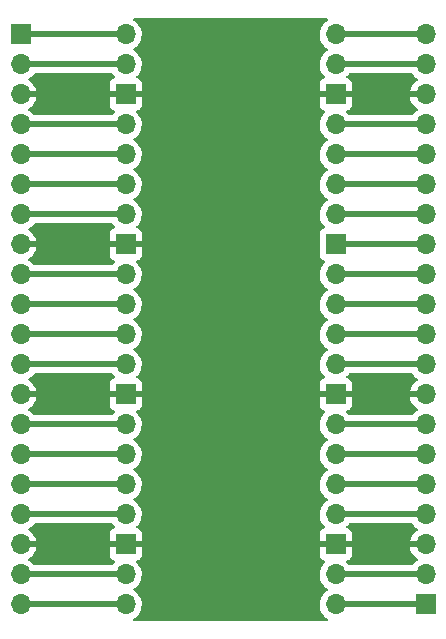
<source format=gbr>
%TF.GenerationSoftware,KiCad,Pcbnew,(6.0.11-0)*%
%TF.CreationDate,2023-01-30T18:50:33-05:00*%
%TF.ProjectId,Pico-Breakout,5069636f-2d42-4726-9561-6b6f75742e6b,1.0.0*%
%TF.SameCoordinates,Original*%
%TF.FileFunction,Copper,L1,Top*%
%TF.FilePolarity,Positive*%
%FSLAX46Y46*%
G04 Gerber Fmt 4.6, Leading zero omitted, Abs format (unit mm)*
G04 Created by KiCad (PCBNEW (6.0.11-0)) date 2023-01-30 18:50:33*
%MOMM*%
%LPD*%
G01*
G04 APERTURE LIST*
%TA.AperFunction,ComponentPad*%
%ADD10O,1.700000X1.700000*%
%TD*%
%TA.AperFunction,ComponentPad*%
%ADD11R,1.700000X1.700000*%
%TD*%
%TA.AperFunction,Conductor*%
%ADD12C,0.500000*%
%TD*%
G04 APERTURE END LIST*
D10*
%TO.P,U101,1,GPIO0*%
%TO.N,Net-(J101-Pad1)*%
X148590000Y-71120000D03*
%TO.P,U101,2,GPIO1*%
%TO.N,Net-(J101-Pad2)*%
X148590000Y-73660000D03*
D11*
%TO.P,U101,3,GND*%
%TO.N,GND*%
X148590000Y-76200000D03*
D10*
%TO.P,U101,4,GPIO2*%
%TO.N,Net-(J101-Pad4)*%
X148590000Y-78740000D03*
%TO.P,U101,5,GPIO3*%
%TO.N,Net-(J101-Pad5)*%
X148590000Y-81280000D03*
%TO.P,U101,6,GPIO4*%
%TO.N,Net-(J101-Pad6)*%
X148590000Y-83820000D03*
%TO.P,U101,7,GPIO5*%
%TO.N,Net-(J101-Pad7)*%
X148590000Y-86360000D03*
D11*
%TO.P,U101,8,GND*%
%TO.N,GND*%
X148590000Y-88900000D03*
D10*
%TO.P,U101,9,GPIO6*%
%TO.N,Net-(J101-Pad9)*%
X148590000Y-91440000D03*
%TO.P,U101,10,GPIO7*%
%TO.N,Net-(J101-Pad10)*%
X148590000Y-93980000D03*
%TO.P,U101,11,GPIO8*%
%TO.N,Net-(J101-Pad11)*%
X148590000Y-96520000D03*
%TO.P,U101,12,GPIO9*%
%TO.N,Net-(J101-Pad12)*%
X148590000Y-99060000D03*
D11*
%TO.P,U101,13,GND*%
%TO.N,GND*%
X148590000Y-101600000D03*
D10*
%TO.P,U101,14,GPIO10*%
%TO.N,Net-(J101-Pad14)*%
X148590000Y-104140000D03*
%TO.P,U101,15,GPIO11*%
%TO.N,Net-(J101-Pad15)*%
X148590000Y-106680000D03*
%TO.P,U101,16,GPIO12*%
%TO.N,Net-(J101-Pad16)*%
X148590000Y-109220000D03*
%TO.P,U101,17,GPIO13*%
%TO.N,Net-(J101-Pad17)*%
X148590000Y-111760000D03*
D11*
%TO.P,U101,18,GND*%
%TO.N,GND*%
X148590000Y-114300000D03*
D10*
%TO.P,U101,19,GPIO14*%
%TO.N,Net-(J101-Pad19)*%
X148590000Y-116840000D03*
%TO.P,U101,20,GPIO15*%
%TO.N,Net-(J101-Pad20)*%
X148590000Y-119380000D03*
%TO.P,U101,21,GPIO16*%
%TO.N,Net-(J102-Pad1)*%
X166370000Y-119380000D03*
%TO.P,U101,22,GPIO17*%
%TO.N,Net-(J102-Pad2)*%
X166370000Y-116840000D03*
D11*
%TO.P,U101,23,GND*%
%TO.N,GND*%
X166370000Y-114300000D03*
D10*
%TO.P,U101,24,GPIO18*%
%TO.N,Net-(J102-Pad4)*%
X166370000Y-111760000D03*
%TO.P,U101,25,GPIO19*%
%TO.N,Net-(J102-Pad5)*%
X166370000Y-109220000D03*
%TO.P,U101,26,GPIO20*%
%TO.N,Net-(J102-Pad6)*%
X166370000Y-106680000D03*
%TO.P,U101,27,GPIO21*%
%TO.N,Net-(J102-Pad7)*%
X166370000Y-104140000D03*
D11*
%TO.P,U101,28,GND*%
%TO.N,GND*%
X166370000Y-101600000D03*
D10*
%TO.P,U101,29,GPIO22*%
%TO.N,Net-(J102-Pad9)*%
X166370000Y-99060000D03*
%TO.P,U101,30,RUN*%
%TO.N,Net-(J102-Pad10)*%
X166370000Y-96520000D03*
%TO.P,U101,31,GPIO26_ADC0*%
%TO.N,Net-(J102-Pad11)*%
X166370000Y-93980000D03*
%TO.P,U101,32,GPIO27_ADC1*%
%TO.N,Net-(J102-Pad12)*%
X166370000Y-91440000D03*
D11*
%TO.P,U101,33,AGND*%
%TO.N,Net-(J102-Pad13)*%
X166370000Y-88900000D03*
D10*
%TO.P,U101,34,GPIO28_ADC2*%
%TO.N,Net-(J102-Pad14)*%
X166370000Y-86360000D03*
%TO.P,U101,35,ADC_VREF*%
%TO.N,Net-(J102-Pad15)*%
X166370000Y-83820000D03*
%TO.P,U101,36,3V3*%
%TO.N,+3V3*%
X166370000Y-81280000D03*
%TO.P,U101,37,3V3_EN*%
%TO.N,Net-(J102-Pad17)*%
X166370000Y-78740000D03*
D11*
%TO.P,U101,38,GND*%
%TO.N,GND*%
X166370000Y-76200000D03*
D10*
%TO.P,U101,39,VSYS*%
%TO.N,Net-(J102-Pad19)*%
X166370000Y-73660000D03*
%TO.P,U101,40,VBUS*%
%TO.N,Net-(J102-Pad20)*%
X166370000Y-71120000D03*
%TD*%
D11*
%TO.P,J102,1,Pin_1*%
%TO.N,Net-(J102-Pad1)*%
X173990000Y-119380000D03*
D10*
%TO.P,J102,2,Pin_2*%
%TO.N,Net-(J102-Pad2)*%
X173990000Y-116840000D03*
%TO.P,J102,3,Pin_3*%
%TO.N,GND*%
X173990000Y-114300000D03*
%TO.P,J102,4,Pin_4*%
%TO.N,Net-(J102-Pad4)*%
X173990000Y-111760000D03*
%TO.P,J102,5,Pin_5*%
%TO.N,Net-(J102-Pad5)*%
X173990000Y-109220000D03*
%TO.P,J102,6,Pin_6*%
%TO.N,Net-(J102-Pad6)*%
X173990000Y-106680000D03*
%TO.P,J102,7,Pin_7*%
%TO.N,Net-(J102-Pad7)*%
X173990000Y-104140000D03*
%TO.P,J102,8,Pin_8*%
%TO.N,GND*%
X173990000Y-101600000D03*
%TO.P,J102,9,Pin_9*%
%TO.N,Net-(J102-Pad9)*%
X173990000Y-99060000D03*
%TO.P,J102,10,Pin_10*%
%TO.N,Net-(J102-Pad10)*%
X173990000Y-96520000D03*
%TO.P,J102,11,Pin_11*%
%TO.N,Net-(J102-Pad11)*%
X173990000Y-93980000D03*
%TO.P,J102,12,Pin_12*%
%TO.N,Net-(J102-Pad12)*%
X173990000Y-91440000D03*
%TO.P,J102,13,Pin_13*%
%TO.N,Net-(J102-Pad13)*%
X173990000Y-88900000D03*
%TO.P,J102,14,Pin_14*%
%TO.N,Net-(J102-Pad14)*%
X173990000Y-86360000D03*
%TO.P,J102,15,Pin_15*%
%TO.N,Net-(J102-Pad15)*%
X173990000Y-83820000D03*
%TO.P,J102,16,Pin_16*%
%TO.N,+3V3*%
X173990000Y-81280000D03*
%TO.P,J102,17,Pin_17*%
%TO.N,Net-(J102-Pad17)*%
X173990000Y-78740000D03*
%TO.P,J102,18,Pin_18*%
%TO.N,GND*%
X173990000Y-76200000D03*
%TO.P,J102,19,Pin_19*%
%TO.N,Net-(J102-Pad19)*%
X173990000Y-73660000D03*
%TO.P,J102,20,Pin_20*%
%TO.N,Net-(J102-Pad20)*%
X173990000Y-71120000D03*
%TD*%
D11*
%TO.P,J101,1,Pin_1*%
%TO.N,Net-(J101-Pad1)*%
X139700000Y-71130000D03*
D10*
%TO.P,J101,2,Pin_2*%
%TO.N,Net-(J101-Pad2)*%
X139700000Y-73670000D03*
%TO.P,J101,3,Pin_3*%
%TO.N,GND*%
X139700000Y-76210000D03*
%TO.P,J101,4,Pin_4*%
%TO.N,Net-(J101-Pad4)*%
X139700000Y-78750000D03*
%TO.P,J101,5,Pin_5*%
%TO.N,Net-(J101-Pad5)*%
X139700000Y-81290000D03*
%TO.P,J101,6,Pin_6*%
%TO.N,Net-(J101-Pad6)*%
X139700000Y-83830000D03*
%TO.P,J101,7,Pin_7*%
%TO.N,Net-(J101-Pad7)*%
X139700000Y-86370000D03*
%TO.P,J101,8,Pin_8*%
%TO.N,GND*%
X139700000Y-88910000D03*
%TO.P,J101,9,Pin_9*%
%TO.N,Net-(J101-Pad9)*%
X139700000Y-91450000D03*
%TO.P,J101,10,Pin_10*%
%TO.N,Net-(J101-Pad10)*%
X139700000Y-93990000D03*
%TO.P,J101,11,Pin_11*%
%TO.N,Net-(J101-Pad11)*%
X139700000Y-96530000D03*
%TO.P,J101,12,Pin_12*%
%TO.N,Net-(J101-Pad12)*%
X139700000Y-99070000D03*
%TO.P,J101,13,Pin_13*%
%TO.N,GND*%
X139700000Y-101610000D03*
%TO.P,J101,14,Pin_14*%
%TO.N,Net-(J101-Pad14)*%
X139700000Y-104150000D03*
%TO.P,J101,15,Pin_15*%
%TO.N,Net-(J101-Pad15)*%
X139700000Y-106690000D03*
%TO.P,J101,16,Pin_16*%
%TO.N,Net-(J101-Pad16)*%
X139700000Y-109230000D03*
%TO.P,J101,17,Pin_17*%
%TO.N,Net-(J101-Pad17)*%
X139700000Y-111770000D03*
%TO.P,J101,18,Pin_18*%
%TO.N,GND*%
X139700000Y-114310000D03*
%TO.P,J101,19,Pin_19*%
%TO.N,Net-(J101-Pad19)*%
X139700000Y-116850000D03*
%TO.P,J101,20,Pin_20*%
%TO.N,Net-(J101-Pad20)*%
X139700000Y-119390000D03*
%TD*%
D12*
%TO.N,+3V3*%
X166370000Y-81280000D02*
X173990000Y-81280000D01*
%TO.N,Net-(J101-Pad2)*%
X139700000Y-73670000D02*
X148580000Y-73670000D01*
X148580000Y-73670000D02*
X148590000Y-73660000D01*
%TO.N,Net-(J101-Pad1)*%
X148580000Y-71130000D02*
X148590000Y-71120000D01*
X139700000Y-71130000D02*
X148580000Y-71130000D01*
%TO.N,Net-(J101-Pad4)*%
X148580000Y-78750000D02*
X148590000Y-78740000D01*
X139700000Y-78750000D02*
X148580000Y-78750000D01*
%TO.N,Net-(J101-Pad5)*%
X139700000Y-81290000D02*
X148580000Y-81290000D01*
X148580000Y-81290000D02*
X148590000Y-81280000D01*
%TO.N,Net-(J101-Pad6)*%
X148580000Y-83830000D02*
X148590000Y-83820000D01*
X139700000Y-83830000D02*
X148580000Y-83830000D01*
%TO.N,Net-(J101-Pad7)*%
X148580000Y-86370000D02*
X148590000Y-86360000D01*
X139700000Y-86370000D02*
X148580000Y-86370000D01*
%TO.N,Net-(J101-Pad14)*%
X139700000Y-104150000D02*
X148580000Y-104150000D01*
X148580000Y-104150000D02*
X148590000Y-104140000D01*
%TO.N,Net-(J101-Pad9)*%
X148580000Y-91450000D02*
X148590000Y-91440000D01*
X139700000Y-91450000D02*
X148580000Y-91450000D01*
%TO.N,Net-(J101-Pad10)*%
X139700000Y-93990000D02*
X148580000Y-93990000D01*
X148580000Y-93990000D02*
X148590000Y-93980000D01*
%TO.N,Net-(J101-Pad11)*%
X139700000Y-96530000D02*
X148580000Y-96530000D01*
X148580000Y-96530000D02*
X148590000Y-96520000D01*
%TO.N,Net-(J101-Pad12)*%
X139700000Y-99070000D02*
X148580000Y-99070000D01*
X148580000Y-99070000D02*
X148590000Y-99060000D01*
%TO.N,Net-(J101-Pad19)*%
X148580000Y-116850000D02*
X148590000Y-116840000D01*
X139700000Y-116850000D02*
X148580000Y-116850000D01*
%TO.N,GND*%
X166370000Y-76200000D02*
X173990000Y-76200000D01*
X148580000Y-76210000D02*
X148590000Y-76200000D01*
%TO.N,Net-(J101-Pad15)*%
X139700000Y-106690000D02*
X148580000Y-106690000D01*
X148580000Y-106690000D02*
X148590000Y-106680000D01*
%TO.N,Net-(J101-Pad16)*%
X139700000Y-109230000D02*
X148580000Y-109230000D01*
X148580000Y-109230000D02*
X148590000Y-109220000D01*
%TO.N,Net-(J101-Pad17)*%
X148580000Y-111770000D02*
X148590000Y-111760000D01*
X139700000Y-111770000D02*
X148580000Y-111770000D01*
%TO.N,Net-(J101-Pad20)*%
X148580000Y-119390000D02*
X148590000Y-119380000D01*
X139700000Y-119390000D02*
X148580000Y-119390000D01*
%TO.N,Net-(J102-Pad1)*%
X166370000Y-119380000D02*
X173990000Y-119380000D01*
%TO.N,Net-(J102-Pad2)*%
X166370000Y-116840000D02*
X173990000Y-116840000D01*
%TO.N,Net-(J102-Pad7)*%
X166370000Y-104140000D02*
X173990000Y-104140000D01*
%TO.N,Net-(J102-Pad4)*%
X166370000Y-111760000D02*
X173990000Y-111760000D01*
%TO.N,Net-(J102-Pad5)*%
X166370000Y-109220000D02*
X173990000Y-109220000D01*
%TO.N,Net-(J102-Pad6)*%
X166370000Y-106680000D02*
X173990000Y-106680000D01*
%TO.N,Net-(J102-Pad20)*%
X166370000Y-71120000D02*
X173990000Y-71120000D01*
%TO.N,Net-(J102-Pad9)*%
X166370000Y-99060000D02*
X173990000Y-99060000D01*
%TO.N,Net-(J102-Pad10)*%
X166370000Y-96520000D02*
X173990000Y-96520000D01*
%TO.N,Net-(J102-Pad11)*%
X166370000Y-93980000D02*
X173990000Y-93980000D01*
%TO.N,Net-(J102-Pad12)*%
X166370000Y-91440000D02*
X173990000Y-91440000D01*
%TO.N,Net-(J102-Pad13)*%
X166370000Y-88900000D02*
X173990000Y-88900000D01*
%TO.N,Net-(J102-Pad14)*%
X166370000Y-86360000D02*
X173990000Y-86360000D01*
%TO.N,Net-(J102-Pad15)*%
X166370000Y-83820000D02*
X173990000Y-83820000D01*
%TO.N,Net-(J102-Pad17)*%
X166370000Y-78740000D02*
X173990000Y-78740000D01*
%TO.N,Net-(J102-Pad19)*%
X166370000Y-73660000D02*
X173990000Y-73660000D01*
%TD*%
%TA.AperFunction,Conductor*%
%TO.N,GND*%
G36*
X165663622Y-69743502D02*
G01*
X165710115Y-69797158D01*
X165720219Y-69867432D01*
X165690725Y-69932012D01*
X165653683Y-69961262D01*
X165643607Y-69966507D01*
X165639474Y-69969610D01*
X165639471Y-69969612D01*
X165543455Y-70041703D01*
X165464965Y-70100635D01*
X165310629Y-70262138D01*
X165307720Y-70266403D01*
X165307714Y-70266411D01*
X165273543Y-70316504D01*
X165184743Y-70446680D01*
X165090688Y-70649305D01*
X165030989Y-70864570D01*
X165007251Y-71086695D01*
X165007548Y-71091848D01*
X165007548Y-71091851D01*
X165013011Y-71186590D01*
X165020110Y-71309715D01*
X165021247Y-71314761D01*
X165021248Y-71314767D01*
X165041119Y-71402939D01*
X165069222Y-71527639D01*
X165153266Y-71734616D01*
X165269987Y-71925088D01*
X165416250Y-72093938D01*
X165588126Y-72236632D01*
X165658595Y-72277811D01*
X165661445Y-72279476D01*
X165710169Y-72331114D01*
X165723240Y-72400897D01*
X165696509Y-72466669D01*
X165656055Y-72500027D01*
X165643607Y-72506507D01*
X165639474Y-72509610D01*
X165639471Y-72509612D01*
X165502248Y-72612642D01*
X165464965Y-72640635D01*
X165310629Y-72802138D01*
X165307720Y-72806403D01*
X165307714Y-72806411D01*
X165275291Y-72853941D01*
X165184743Y-72986680D01*
X165090688Y-73189305D01*
X165030989Y-73404570D01*
X165007251Y-73626695D01*
X165007548Y-73631848D01*
X165007548Y-73631851D01*
X165013011Y-73726590D01*
X165020110Y-73849715D01*
X165021247Y-73854761D01*
X165021248Y-73854767D01*
X165041119Y-73942939D01*
X165069222Y-74067639D01*
X165153266Y-74274616D01*
X165155965Y-74279020D01*
X165253405Y-74438028D01*
X165269987Y-74465088D01*
X165416250Y-74633938D01*
X165420225Y-74637238D01*
X165420231Y-74637244D01*
X165425425Y-74641556D01*
X165465059Y-74700460D01*
X165466555Y-74771441D01*
X165429439Y-74831962D01*
X165389168Y-74856480D01*
X165281946Y-74896676D01*
X165266351Y-74905214D01*
X165164276Y-74981715D01*
X165151715Y-74994276D01*
X165075214Y-75096351D01*
X165066676Y-75111946D01*
X165021522Y-75232394D01*
X165017895Y-75247649D01*
X165012369Y-75298514D01*
X165012000Y-75305328D01*
X165012000Y-75927885D01*
X165016475Y-75943124D01*
X165017865Y-75944329D01*
X165025548Y-75946000D01*
X167709884Y-75946000D01*
X167725123Y-75941525D01*
X167726328Y-75940135D01*
X167727999Y-75932452D01*
X167727999Y-75305331D01*
X167727629Y-75298510D01*
X167722105Y-75247648D01*
X167718479Y-75232396D01*
X167673324Y-75111946D01*
X167664786Y-75096351D01*
X167588285Y-74994276D01*
X167575724Y-74981715D01*
X167473649Y-74905214D01*
X167458054Y-74896676D01*
X167347813Y-74855348D01*
X167291049Y-74812706D01*
X167266349Y-74746145D01*
X167281557Y-74676796D01*
X167303104Y-74648115D01*
X167404430Y-74547144D01*
X167404440Y-74547132D01*
X167408096Y-74543489D01*
X167460203Y-74470974D01*
X167516198Y-74427326D01*
X167562526Y-74418500D01*
X172792491Y-74418500D01*
X172860612Y-74438502D01*
X172889402Y-74465595D01*
X172889987Y-74465088D01*
X173036250Y-74633938D01*
X173208126Y-74776632D01*
X173225239Y-74786632D01*
X173281955Y-74819774D01*
X173330679Y-74871412D01*
X173343750Y-74941195D01*
X173317019Y-75006967D01*
X173276562Y-75040327D01*
X173268457Y-75044546D01*
X173259738Y-75050036D01*
X173089433Y-75177905D01*
X173081726Y-75184748D01*
X172934590Y-75338717D01*
X172928104Y-75346727D01*
X172808098Y-75522649D01*
X172803000Y-75531623D01*
X172713338Y-75724783D01*
X172709775Y-75734470D01*
X172654389Y-75934183D01*
X172655912Y-75942607D01*
X172668292Y-75946000D01*
X174118000Y-75946000D01*
X174186121Y-75966002D01*
X174232614Y-76019658D01*
X174244000Y-76072000D01*
X174244000Y-76328000D01*
X174223998Y-76396121D01*
X174170342Y-76442614D01*
X174118000Y-76454000D01*
X172673225Y-76454000D01*
X172659694Y-76457973D01*
X172658257Y-76467966D01*
X172688565Y-76602446D01*
X172691645Y-76612275D01*
X172771770Y-76809603D01*
X172776413Y-76818794D01*
X172887694Y-77000388D01*
X172893777Y-77008699D01*
X173033213Y-77169667D01*
X173040580Y-77176883D01*
X173204434Y-77312916D01*
X173212881Y-77318831D01*
X173281969Y-77359203D01*
X173330693Y-77410842D01*
X173343764Y-77480625D01*
X173317033Y-77546396D01*
X173276584Y-77579752D01*
X173263607Y-77586507D01*
X173259474Y-77589610D01*
X173259471Y-77589612D01*
X173089100Y-77717530D01*
X173084965Y-77720635D01*
X172930629Y-77882138D01*
X172900363Y-77926507D01*
X172845455Y-77971507D01*
X172796277Y-77981500D01*
X167565939Y-77981500D01*
X167497818Y-77961498D01*
X167460147Y-77923941D01*
X167459288Y-77922612D01*
X167450014Y-77908277D01*
X167446538Y-77904457D01*
X167446533Y-77904450D01*
X167302435Y-77746088D01*
X167271383Y-77682242D01*
X167279779Y-77611744D01*
X167324956Y-77556976D01*
X167351400Y-77543307D01*
X167458052Y-77503325D01*
X167473649Y-77494786D01*
X167575724Y-77418285D01*
X167588285Y-77405724D01*
X167664786Y-77303649D01*
X167673324Y-77288054D01*
X167718478Y-77167606D01*
X167722105Y-77152351D01*
X167727631Y-77101486D01*
X167728000Y-77094672D01*
X167728000Y-76472115D01*
X167723525Y-76456876D01*
X167722135Y-76455671D01*
X167714452Y-76454000D01*
X165030116Y-76454000D01*
X165014877Y-76458475D01*
X165013672Y-76459865D01*
X165012001Y-76467548D01*
X165012001Y-77094669D01*
X165012371Y-77101490D01*
X165017895Y-77152352D01*
X165021521Y-77167604D01*
X165066676Y-77288054D01*
X165075214Y-77303649D01*
X165151715Y-77405724D01*
X165164276Y-77418285D01*
X165266351Y-77494786D01*
X165281946Y-77503324D01*
X165390827Y-77544142D01*
X165447591Y-77586784D01*
X165472291Y-77653345D01*
X165457083Y-77722694D01*
X165437691Y-77749175D01*
X165430338Y-77756870D01*
X165310629Y-77882138D01*
X165307720Y-77886403D01*
X165307714Y-77886411D01*
X165275291Y-77933941D01*
X165184743Y-78066680D01*
X165090688Y-78269305D01*
X165030989Y-78484570D01*
X165007251Y-78706695D01*
X165007548Y-78711848D01*
X165007548Y-78711851D01*
X165013011Y-78806590D01*
X165020110Y-78929715D01*
X165021247Y-78934761D01*
X165021248Y-78934767D01*
X165041119Y-79022939D01*
X165069222Y-79147639D01*
X165153266Y-79354616D01*
X165155965Y-79359020D01*
X165253405Y-79518028D01*
X165269987Y-79545088D01*
X165416250Y-79713938D01*
X165588126Y-79856632D01*
X165605239Y-79866632D01*
X165661445Y-79899476D01*
X165710169Y-79951114D01*
X165723240Y-80020897D01*
X165696509Y-80086669D01*
X165656055Y-80120027D01*
X165643607Y-80126507D01*
X165639474Y-80129610D01*
X165639471Y-80129612D01*
X165469100Y-80257530D01*
X165464965Y-80260635D01*
X165310629Y-80422138D01*
X165307720Y-80426403D01*
X165307714Y-80426411D01*
X165275291Y-80473941D01*
X165184743Y-80606680D01*
X165090688Y-80809305D01*
X165030989Y-81024570D01*
X165007251Y-81246695D01*
X165007548Y-81251848D01*
X165007548Y-81251851D01*
X165013011Y-81346590D01*
X165020110Y-81469715D01*
X165021247Y-81474761D01*
X165021248Y-81474767D01*
X165041119Y-81562939D01*
X165069222Y-81687639D01*
X165153266Y-81894616D01*
X165155965Y-81899020D01*
X165253405Y-82058028D01*
X165269987Y-82085088D01*
X165416250Y-82253938D01*
X165588126Y-82396632D01*
X165605239Y-82406632D01*
X165661445Y-82439476D01*
X165710169Y-82491114D01*
X165723240Y-82560897D01*
X165696509Y-82626669D01*
X165656055Y-82660027D01*
X165643607Y-82666507D01*
X165639474Y-82669610D01*
X165639471Y-82669612D01*
X165469100Y-82797530D01*
X165464965Y-82800635D01*
X165310629Y-82962138D01*
X165307720Y-82966403D01*
X165307714Y-82966411D01*
X165275291Y-83013941D01*
X165184743Y-83146680D01*
X165090688Y-83349305D01*
X165030989Y-83564570D01*
X165007251Y-83786695D01*
X165007548Y-83791848D01*
X165007548Y-83791851D01*
X165013011Y-83886590D01*
X165020110Y-84009715D01*
X165021247Y-84014761D01*
X165021248Y-84014767D01*
X165041119Y-84102939D01*
X165069222Y-84227639D01*
X165153266Y-84434616D01*
X165155965Y-84439020D01*
X165253405Y-84598028D01*
X165269987Y-84625088D01*
X165416250Y-84793938D01*
X165588126Y-84936632D01*
X165605239Y-84946632D01*
X165661445Y-84979476D01*
X165710169Y-85031114D01*
X165723240Y-85100897D01*
X165696509Y-85166669D01*
X165656055Y-85200027D01*
X165643607Y-85206507D01*
X165639474Y-85209610D01*
X165639471Y-85209612D01*
X165469100Y-85337530D01*
X165464965Y-85340635D01*
X165310629Y-85502138D01*
X165307720Y-85506403D01*
X165307714Y-85506411D01*
X165275291Y-85553941D01*
X165184743Y-85686680D01*
X165090688Y-85889305D01*
X165030989Y-86104570D01*
X165007251Y-86326695D01*
X165007548Y-86331848D01*
X165007548Y-86331851D01*
X165013011Y-86426590D01*
X165020110Y-86549715D01*
X165021247Y-86554761D01*
X165021248Y-86554767D01*
X165041119Y-86642939D01*
X165069222Y-86767639D01*
X165153266Y-86974616D01*
X165155965Y-86979020D01*
X165253405Y-87138028D01*
X165269987Y-87165088D01*
X165416250Y-87333938D01*
X165420230Y-87337242D01*
X165424981Y-87341187D01*
X165464616Y-87400090D01*
X165466113Y-87471071D01*
X165428997Y-87531593D01*
X165388725Y-87556112D01*
X165321238Y-87581412D01*
X165273295Y-87599385D01*
X165156739Y-87686739D01*
X165069385Y-87803295D01*
X165018255Y-87939684D01*
X165011500Y-88001866D01*
X165011500Y-89798134D01*
X165018255Y-89860316D01*
X165069385Y-89996705D01*
X165156739Y-90113261D01*
X165273295Y-90200615D01*
X165281704Y-90203767D01*
X165281705Y-90203768D01*
X165390451Y-90244535D01*
X165447216Y-90287176D01*
X165471916Y-90353738D01*
X165456709Y-90423087D01*
X165437316Y-90449568D01*
X165310629Y-90582138D01*
X165307720Y-90586403D01*
X165307714Y-90586411D01*
X165275291Y-90633941D01*
X165184743Y-90766680D01*
X165090688Y-90969305D01*
X165030989Y-91184570D01*
X165007251Y-91406695D01*
X165007548Y-91411848D01*
X165007548Y-91411851D01*
X165013011Y-91506590D01*
X165020110Y-91629715D01*
X165021247Y-91634761D01*
X165021248Y-91634767D01*
X165041119Y-91722939D01*
X165069222Y-91847639D01*
X165153266Y-92054616D01*
X165155965Y-92059020D01*
X165253405Y-92218028D01*
X165269987Y-92245088D01*
X165416250Y-92413938D01*
X165588126Y-92556632D01*
X165605239Y-92566632D01*
X165661445Y-92599476D01*
X165710169Y-92651114D01*
X165723240Y-92720897D01*
X165696509Y-92786669D01*
X165656055Y-92820027D01*
X165643607Y-92826507D01*
X165639474Y-92829610D01*
X165639471Y-92829612D01*
X165469100Y-92957530D01*
X165464965Y-92960635D01*
X165310629Y-93122138D01*
X165307720Y-93126403D01*
X165307714Y-93126411D01*
X165275291Y-93173941D01*
X165184743Y-93306680D01*
X165090688Y-93509305D01*
X165030989Y-93724570D01*
X165007251Y-93946695D01*
X165007548Y-93951848D01*
X165007548Y-93951851D01*
X165013011Y-94046590D01*
X165020110Y-94169715D01*
X165021247Y-94174761D01*
X165021248Y-94174767D01*
X165041119Y-94262939D01*
X165069222Y-94387639D01*
X165153266Y-94594616D01*
X165155965Y-94599020D01*
X165253405Y-94758028D01*
X165269987Y-94785088D01*
X165416250Y-94953938D01*
X165588126Y-95096632D01*
X165605239Y-95106632D01*
X165661445Y-95139476D01*
X165710169Y-95191114D01*
X165723240Y-95260897D01*
X165696509Y-95326669D01*
X165656055Y-95360027D01*
X165643607Y-95366507D01*
X165639474Y-95369610D01*
X165639471Y-95369612D01*
X165469100Y-95497530D01*
X165464965Y-95500635D01*
X165310629Y-95662138D01*
X165307720Y-95666403D01*
X165307714Y-95666411D01*
X165275291Y-95713941D01*
X165184743Y-95846680D01*
X165090688Y-96049305D01*
X165030989Y-96264570D01*
X165007251Y-96486695D01*
X165007548Y-96491848D01*
X165007548Y-96491851D01*
X165013011Y-96586590D01*
X165020110Y-96709715D01*
X165021247Y-96714761D01*
X165021248Y-96714767D01*
X165041119Y-96802939D01*
X165069222Y-96927639D01*
X165153266Y-97134616D01*
X165155965Y-97139020D01*
X165253405Y-97298028D01*
X165269987Y-97325088D01*
X165416250Y-97493938D01*
X165588126Y-97636632D01*
X165605239Y-97646632D01*
X165661445Y-97679476D01*
X165710169Y-97731114D01*
X165723240Y-97800897D01*
X165696509Y-97866669D01*
X165656055Y-97900027D01*
X165643607Y-97906507D01*
X165639474Y-97909610D01*
X165639471Y-97909612D01*
X165469100Y-98037530D01*
X165464965Y-98040635D01*
X165310629Y-98202138D01*
X165307720Y-98206403D01*
X165307714Y-98206411D01*
X165275291Y-98253941D01*
X165184743Y-98386680D01*
X165090688Y-98589305D01*
X165030989Y-98804570D01*
X165007251Y-99026695D01*
X165007548Y-99031848D01*
X165007548Y-99031851D01*
X165013011Y-99126590D01*
X165020110Y-99249715D01*
X165021247Y-99254761D01*
X165021248Y-99254767D01*
X165041119Y-99342939D01*
X165069222Y-99467639D01*
X165153266Y-99674616D01*
X165155965Y-99679020D01*
X165253405Y-99838028D01*
X165269987Y-99865088D01*
X165416250Y-100033938D01*
X165420225Y-100037238D01*
X165420231Y-100037244D01*
X165425425Y-100041556D01*
X165465059Y-100100460D01*
X165466555Y-100171441D01*
X165429439Y-100231962D01*
X165389168Y-100256480D01*
X165281946Y-100296676D01*
X165266351Y-100305214D01*
X165164276Y-100381715D01*
X165151715Y-100394276D01*
X165075214Y-100496351D01*
X165066676Y-100511946D01*
X165021522Y-100632394D01*
X165017895Y-100647649D01*
X165012369Y-100698514D01*
X165012000Y-100705328D01*
X165012000Y-101327885D01*
X165016475Y-101343124D01*
X165017865Y-101344329D01*
X165025548Y-101346000D01*
X167709884Y-101346000D01*
X167725123Y-101341525D01*
X167726328Y-101340135D01*
X167727999Y-101332452D01*
X167727999Y-100705331D01*
X167727629Y-100698510D01*
X167722105Y-100647648D01*
X167718479Y-100632396D01*
X167673324Y-100511946D01*
X167664786Y-100496351D01*
X167588285Y-100394276D01*
X167575724Y-100381715D01*
X167473649Y-100305214D01*
X167458054Y-100296676D01*
X167347813Y-100255348D01*
X167291049Y-100212706D01*
X167266349Y-100146145D01*
X167281557Y-100076796D01*
X167303104Y-100048115D01*
X167404430Y-99947144D01*
X167404440Y-99947132D01*
X167408096Y-99943489D01*
X167460203Y-99870974D01*
X167516198Y-99827326D01*
X167562526Y-99818500D01*
X172792491Y-99818500D01*
X172860612Y-99838502D01*
X172889402Y-99865595D01*
X172889987Y-99865088D01*
X173036250Y-100033938D01*
X173208126Y-100176632D01*
X173225239Y-100186632D01*
X173281955Y-100219774D01*
X173330679Y-100271412D01*
X173343750Y-100341195D01*
X173317019Y-100406967D01*
X173276562Y-100440327D01*
X173268457Y-100444546D01*
X173259738Y-100450036D01*
X173089433Y-100577905D01*
X173081726Y-100584748D01*
X172934590Y-100738717D01*
X172928104Y-100746727D01*
X172808098Y-100922649D01*
X172803000Y-100931623D01*
X172713338Y-101124783D01*
X172709775Y-101134470D01*
X172654389Y-101334183D01*
X172655912Y-101342607D01*
X172668292Y-101346000D01*
X174118000Y-101346000D01*
X174186121Y-101366002D01*
X174232614Y-101419658D01*
X174244000Y-101472000D01*
X174244000Y-101728000D01*
X174223998Y-101796121D01*
X174170342Y-101842614D01*
X174118000Y-101854000D01*
X172673225Y-101854000D01*
X172659694Y-101857973D01*
X172658257Y-101867966D01*
X172688565Y-102002446D01*
X172691645Y-102012275D01*
X172771770Y-102209603D01*
X172776413Y-102218794D01*
X172887694Y-102400388D01*
X172893777Y-102408699D01*
X173033213Y-102569667D01*
X173040580Y-102576883D01*
X173204434Y-102712916D01*
X173212881Y-102718831D01*
X173281969Y-102759203D01*
X173330693Y-102810842D01*
X173343764Y-102880625D01*
X173317033Y-102946396D01*
X173276584Y-102979752D01*
X173263607Y-102986507D01*
X173259474Y-102989610D01*
X173259471Y-102989612D01*
X173089100Y-103117530D01*
X173084965Y-103120635D01*
X172930629Y-103282138D01*
X172900363Y-103326507D01*
X172845455Y-103371507D01*
X172796277Y-103381500D01*
X167565939Y-103381500D01*
X167497818Y-103361498D01*
X167460147Y-103323941D01*
X167459288Y-103322612D01*
X167450014Y-103308277D01*
X167446538Y-103304457D01*
X167446533Y-103304450D01*
X167302435Y-103146088D01*
X167271383Y-103082242D01*
X167279779Y-103011744D01*
X167324956Y-102956976D01*
X167351400Y-102943307D01*
X167458052Y-102903325D01*
X167473649Y-102894786D01*
X167575724Y-102818285D01*
X167588285Y-102805724D01*
X167664786Y-102703649D01*
X167673324Y-102688054D01*
X167718478Y-102567606D01*
X167722105Y-102552351D01*
X167727631Y-102501486D01*
X167728000Y-102494672D01*
X167728000Y-101872115D01*
X167723525Y-101856876D01*
X167722135Y-101855671D01*
X167714452Y-101854000D01*
X165030116Y-101854000D01*
X165014877Y-101858475D01*
X165013672Y-101859865D01*
X165012001Y-101867548D01*
X165012001Y-102494669D01*
X165012371Y-102501490D01*
X165017895Y-102552352D01*
X165021521Y-102567604D01*
X165066676Y-102688054D01*
X165075214Y-102703649D01*
X165151715Y-102805724D01*
X165164276Y-102818285D01*
X165266351Y-102894786D01*
X165281946Y-102903324D01*
X165390827Y-102944142D01*
X165447591Y-102986784D01*
X165472291Y-103053345D01*
X165457083Y-103122694D01*
X165437691Y-103149175D01*
X165430338Y-103156870D01*
X165310629Y-103282138D01*
X165307720Y-103286403D01*
X165307714Y-103286411D01*
X165275291Y-103333941D01*
X165184743Y-103466680D01*
X165090688Y-103669305D01*
X165030989Y-103884570D01*
X165007251Y-104106695D01*
X165007548Y-104111848D01*
X165007548Y-104111851D01*
X165013011Y-104206590D01*
X165020110Y-104329715D01*
X165021247Y-104334761D01*
X165021248Y-104334767D01*
X165041119Y-104422939D01*
X165069222Y-104547639D01*
X165153266Y-104754616D01*
X165155965Y-104759020D01*
X165253405Y-104918028D01*
X165269987Y-104945088D01*
X165416250Y-105113938D01*
X165588126Y-105256632D01*
X165605239Y-105266632D01*
X165661445Y-105299476D01*
X165710169Y-105351114D01*
X165723240Y-105420897D01*
X165696509Y-105486669D01*
X165656055Y-105520027D01*
X165643607Y-105526507D01*
X165639474Y-105529610D01*
X165639471Y-105529612D01*
X165469100Y-105657530D01*
X165464965Y-105660635D01*
X165310629Y-105822138D01*
X165307720Y-105826403D01*
X165307714Y-105826411D01*
X165275291Y-105873941D01*
X165184743Y-106006680D01*
X165090688Y-106209305D01*
X165030989Y-106424570D01*
X165007251Y-106646695D01*
X165007548Y-106651848D01*
X165007548Y-106651851D01*
X165013011Y-106746590D01*
X165020110Y-106869715D01*
X165021247Y-106874761D01*
X165021248Y-106874767D01*
X165041119Y-106962939D01*
X165069222Y-107087639D01*
X165153266Y-107294616D01*
X165155965Y-107299020D01*
X165253405Y-107458028D01*
X165269987Y-107485088D01*
X165416250Y-107653938D01*
X165588126Y-107796632D01*
X165605239Y-107806632D01*
X165661445Y-107839476D01*
X165710169Y-107891114D01*
X165723240Y-107960897D01*
X165696509Y-108026669D01*
X165656055Y-108060027D01*
X165643607Y-108066507D01*
X165639474Y-108069610D01*
X165639471Y-108069612D01*
X165469100Y-108197530D01*
X165464965Y-108200635D01*
X165310629Y-108362138D01*
X165307720Y-108366403D01*
X165307714Y-108366411D01*
X165275291Y-108413941D01*
X165184743Y-108546680D01*
X165090688Y-108749305D01*
X165030989Y-108964570D01*
X165007251Y-109186695D01*
X165007548Y-109191848D01*
X165007548Y-109191851D01*
X165013011Y-109286590D01*
X165020110Y-109409715D01*
X165021247Y-109414761D01*
X165021248Y-109414767D01*
X165041119Y-109502939D01*
X165069222Y-109627639D01*
X165153266Y-109834616D01*
X165155965Y-109839020D01*
X165253405Y-109998028D01*
X165269987Y-110025088D01*
X165416250Y-110193938D01*
X165588126Y-110336632D01*
X165605239Y-110346632D01*
X165661445Y-110379476D01*
X165710169Y-110431114D01*
X165723240Y-110500897D01*
X165696509Y-110566669D01*
X165656055Y-110600027D01*
X165643607Y-110606507D01*
X165639474Y-110609610D01*
X165639471Y-110609612D01*
X165469100Y-110737530D01*
X165464965Y-110740635D01*
X165310629Y-110902138D01*
X165307720Y-110906403D01*
X165307714Y-110906411D01*
X165275291Y-110953941D01*
X165184743Y-111086680D01*
X165090688Y-111289305D01*
X165030989Y-111504570D01*
X165007251Y-111726695D01*
X165007548Y-111731848D01*
X165007548Y-111731851D01*
X165013011Y-111826590D01*
X165020110Y-111949715D01*
X165021247Y-111954761D01*
X165021248Y-111954767D01*
X165041119Y-112042939D01*
X165069222Y-112167639D01*
X165153266Y-112374616D01*
X165155965Y-112379020D01*
X165253405Y-112538028D01*
X165269987Y-112565088D01*
X165416250Y-112733938D01*
X165420225Y-112737238D01*
X165420231Y-112737244D01*
X165425425Y-112741556D01*
X165465059Y-112800460D01*
X165466555Y-112871441D01*
X165429439Y-112931962D01*
X165389168Y-112956480D01*
X165281946Y-112996676D01*
X165266351Y-113005214D01*
X165164276Y-113081715D01*
X165151715Y-113094276D01*
X165075214Y-113196351D01*
X165066676Y-113211946D01*
X165021522Y-113332394D01*
X165017895Y-113347649D01*
X165012369Y-113398514D01*
X165012000Y-113405328D01*
X165012000Y-114027885D01*
X165016475Y-114043124D01*
X165017865Y-114044329D01*
X165025548Y-114046000D01*
X167709884Y-114046000D01*
X167725123Y-114041525D01*
X167726328Y-114040135D01*
X167727999Y-114032452D01*
X167727999Y-113405331D01*
X167727629Y-113398510D01*
X167722105Y-113347648D01*
X167718479Y-113332396D01*
X167673324Y-113211946D01*
X167664786Y-113196351D01*
X167588285Y-113094276D01*
X167575724Y-113081715D01*
X167473649Y-113005214D01*
X167458054Y-112996676D01*
X167347813Y-112955348D01*
X167291049Y-112912706D01*
X167266349Y-112846145D01*
X167281557Y-112776796D01*
X167303104Y-112748115D01*
X167404430Y-112647144D01*
X167404440Y-112647132D01*
X167408096Y-112643489D01*
X167460203Y-112570974D01*
X167516198Y-112527326D01*
X167562526Y-112518500D01*
X172792491Y-112518500D01*
X172860612Y-112538502D01*
X172889402Y-112565595D01*
X172889987Y-112565088D01*
X173036250Y-112733938D01*
X173208126Y-112876632D01*
X173225239Y-112886632D01*
X173281955Y-112919774D01*
X173330679Y-112971412D01*
X173343750Y-113041195D01*
X173317019Y-113106967D01*
X173276562Y-113140327D01*
X173268457Y-113144546D01*
X173259738Y-113150036D01*
X173089433Y-113277905D01*
X173081726Y-113284748D01*
X172934590Y-113438717D01*
X172928104Y-113446727D01*
X172808098Y-113622649D01*
X172803000Y-113631623D01*
X172713338Y-113824783D01*
X172709775Y-113834470D01*
X172654389Y-114034183D01*
X172655912Y-114042607D01*
X172668292Y-114046000D01*
X174118000Y-114046000D01*
X174186121Y-114066002D01*
X174232614Y-114119658D01*
X174244000Y-114172000D01*
X174244000Y-114428000D01*
X174223998Y-114496121D01*
X174170342Y-114542614D01*
X174118000Y-114554000D01*
X172673225Y-114554000D01*
X172659694Y-114557973D01*
X172658257Y-114567966D01*
X172688565Y-114702446D01*
X172691645Y-114712275D01*
X172771770Y-114909603D01*
X172776413Y-114918794D01*
X172887694Y-115100388D01*
X172893777Y-115108699D01*
X173033213Y-115269667D01*
X173040580Y-115276883D01*
X173204434Y-115412916D01*
X173212881Y-115418831D01*
X173281969Y-115459203D01*
X173330693Y-115510842D01*
X173343764Y-115580625D01*
X173317033Y-115646396D01*
X173276584Y-115679752D01*
X173263607Y-115686507D01*
X173259474Y-115689610D01*
X173259471Y-115689612D01*
X173089100Y-115817530D01*
X173084965Y-115820635D01*
X172930629Y-115982138D01*
X172900363Y-116026507D01*
X172845455Y-116071507D01*
X172796277Y-116081500D01*
X167565939Y-116081500D01*
X167497818Y-116061498D01*
X167460147Y-116023941D01*
X167459288Y-116022612D01*
X167450014Y-116008277D01*
X167446538Y-116004457D01*
X167446533Y-116004450D01*
X167302435Y-115846088D01*
X167271383Y-115782242D01*
X167279779Y-115711744D01*
X167324956Y-115656976D01*
X167351400Y-115643307D01*
X167458052Y-115603325D01*
X167473649Y-115594786D01*
X167575724Y-115518285D01*
X167588285Y-115505724D01*
X167664786Y-115403649D01*
X167673324Y-115388054D01*
X167718478Y-115267606D01*
X167722105Y-115252351D01*
X167727631Y-115201486D01*
X167728000Y-115194672D01*
X167728000Y-114572115D01*
X167723525Y-114556876D01*
X167722135Y-114555671D01*
X167714452Y-114554000D01*
X165030116Y-114554000D01*
X165014877Y-114558475D01*
X165013672Y-114559865D01*
X165012001Y-114567548D01*
X165012001Y-115194669D01*
X165012371Y-115201490D01*
X165017895Y-115252352D01*
X165021521Y-115267604D01*
X165066676Y-115388054D01*
X165075214Y-115403649D01*
X165151715Y-115505724D01*
X165164276Y-115518285D01*
X165266351Y-115594786D01*
X165281946Y-115603324D01*
X165390827Y-115644142D01*
X165447591Y-115686784D01*
X165472291Y-115753345D01*
X165457083Y-115822694D01*
X165437691Y-115849175D01*
X165430338Y-115856870D01*
X165310629Y-115982138D01*
X165307720Y-115986403D01*
X165307714Y-115986411D01*
X165275291Y-116033941D01*
X165184743Y-116166680D01*
X165090688Y-116369305D01*
X165030989Y-116584570D01*
X165007251Y-116806695D01*
X165007548Y-116811848D01*
X165007548Y-116811851D01*
X165013011Y-116906590D01*
X165020110Y-117029715D01*
X165021247Y-117034761D01*
X165021248Y-117034767D01*
X165041119Y-117122939D01*
X165069222Y-117247639D01*
X165153266Y-117454616D01*
X165155965Y-117459020D01*
X165253405Y-117618028D01*
X165269987Y-117645088D01*
X165416250Y-117813938D01*
X165588126Y-117956632D01*
X165605239Y-117966632D01*
X165661445Y-117999476D01*
X165710169Y-118051114D01*
X165723240Y-118120897D01*
X165696509Y-118186669D01*
X165656055Y-118220027D01*
X165643607Y-118226507D01*
X165639474Y-118229610D01*
X165639471Y-118229612D01*
X165469100Y-118357530D01*
X165464965Y-118360635D01*
X165310629Y-118522138D01*
X165307715Y-118526410D01*
X165307714Y-118526411D01*
X165282331Y-118563621D01*
X165184743Y-118706680D01*
X165090688Y-118909305D01*
X165030989Y-119124570D01*
X165007251Y-119346695D01*
X165007548Y-119351848D01*
X165007548Y-119351851D01*
X165013011Y-119446590D01*
X165020110Y-119569715D01*
X165021247Y-119574761D01*
X165021248Y-119574767D01*
X165041119Y-119662939D01*
X165069222Y-119787639D01*
X165153266Y-119994616D01*
X165155965Y-119999020D01*
X165253405Y-120158028D01*
X165269987Y-120185088D01*
X165416250Y-120353938D01*
X165588126Y-120496632D01*
X165665273Y-120541713D01*
X165713995Y-120593351D01*
X165727066Y-120663134D01*
X165700334Y-120728906D01*
X165642287Y-120769784D01*
X165601701Y-120776500D01*
X149365333Y-120776500D01*
X149297212Y-120756498D01*
X149250719Y-120702842D01*
X149240615Y-120632568D01*
X149270109Y-120567988D01*
X149292165Y-120547921D01*
X149350050Y-120506632D01*
X149469860Y-120421173D01*
X149628096Y-120263489D01*
X149687594Y-120180689D01*
X149755435Y-120086277D01*
X149758453Y-120082077D01*
X149767979Y-120062804D01*
X149855136Y-119886453D01*
X149855137Y-119886451D01*
X149857430Y-119881811D01*
X149922370Y-119668069D01*
X149951529Y-119446590D01*
X149953156Y-119380000D01*
X149934852Y-119157361D01*
X149880431Y-118940702D01*
X149791354Y-118735840D01*
X149735962Y-118650217D01*
X149672822Y-118552617D01*
X149672818Y-118552612D01*
X149670014Y-118548277D01*
X149519670Y-118383051D01*
X149515619Y-118379852D01*
X149515615Y-118379848D01*
X149348414Y-118247800D01*
X149348410Y-118247798D01*
X149344359Y-118244598D01*
X149303053Y-118221796D01*
X149253084Y-118171364D01*
X149238312Y-118101921D01*
X149263428Y-118035516D01*
X149290780Y-118008909D01*
X149354684Y-117963327D01*
X149469860Y-117881173D01*
X149628096Y-117723489D01*
X149687594Y-117640689D01*
X149755435Y-117546277D01*
X149758453Y-117542077D01*
X149767979Y-117522804D01*
X149855136Y-117346453D01*
X149855137Y-117346451D01*
X149857430Y-117341811D01*
X149922370Y-117128069D01*
X149951529Y-116906590D01*
X149953156Y-116840000D01*
X149934852Y-116617361D01*
X149880431Y-116400702D01*
X149791354Y-116195840D01*
X149735962Y-116110217D01*
X149672822Y-116012617D01*
X149672818Y-116012612D01*
X149670014Y-116008277D01*
X149666538Y-116004457D01*
X149666533Y-116004450D01*
X149522435Y-115846088D01*
X149491383Y-115782242D01*
X149499779Y-115711744D01*
X149544956Y-115656976D01*
X149571400Y-115643307D01*
X149678052Y-115603325D01*
X149693649Y-115594786D01*
X149795724Y-115518285D01*
X149808285Y-115505724D01*
X149884786Y-115403649D01*
X149893324Y-115388054D01*
X149938478Y-115267606D01*
X149942105Y-115252351D01*
X149947631Y-115201486D01*
X149948000Y-115194672D01*
X149948000Y-114572115D01*
X149943525Y-114556876D01*
X149942135Y-114555671D01*
X149934452Y-114554000D01*
X147250116Y-114554000D01*
X147234877Y-114558475D01*
X147233672Y-114559865D01*
X147232001Y-114567548D01*
X147232001Y-115194669D01*
X147232371Y-115201490D01*
X147237895Y-115252352D01*
X147241521Y-115267604D01*
X147286676Y-115388054D01*
X147295214Y-115403649D01*
X147371715Y-115505724D01*
X147384276Y-115518285D01*
X147486351Y-115594786D01*
X147501946Y-115603324D01*
X147610827Y-115644142D01*
X147667591Y-115686784D01*
X147692291Y-115753345D01*
X147677083Y-115822694D01*
X147657691Y-115849175D01*
X147650338Y-115856870D01*
X147530629Y-115982138D01*
X147527720Y-115986403D01*
X147527714Y-115986411D01*
X147515409Y-116004450D01*
X147500365Y-116026504D01*
X147493543Y-116036504D01*
X147438632Y-116081507D01*
X147389455Y-116091500D01*
X140895939Y-116091500D01*
X140827818Y-116071498D01*
X140790147Y-116033941D01*
X140782818Y-116022612D01*
X140780014Y-116018277D01*
X140629670Y-115853051D01*
X140625619Y-115849852D01*
X140625615Y-115849848D01*
X140458414Y-115717800D01*
X140458410Y-115717798D01*
X140454359Y-115714598D01*
X140442045Y-115707800D01*
X140412569Y-115691529D01*
X140362598Y-115641097D01*
X140347826Y-115571654D01*
X140372942Y-115505248D01*
X140400294Y-115478641D01*
X140575328Y-115353792D01*
X140583200Y-115347139D01*
X140734052Y-115196812D01*
X140740730Y-115188965D01*
X140865003Y-115016020D01*
X140870313Y-115007183D01*
X140964670Y-114816267D01*
X140968469Y-114806672D01*
X141030377Y-114602910D01*
X141032555Y-114592837D01*
X141033986Y-114581962D01*
X141031775Y-114567778D01*
X141018617Y-114564000D01*
X139572000Y-114564000D01*
X139503879Y-114543998D01*
X139457386Y-114490342D01*
X139446000Y-114438000D01*
X139446000Y-114182000D01*
X139466002Y-114113879D01*
X139519658Y-114067386D01*
X139572000Y-114056000D01*
X141018344Y-114056000D01*
X141031875Y-114052027D01*
X141033180Y-114042947D01*
X140991214Y-113875875D01*
X140987894Y-113866124D01*
X140902972Y-113670814D01*
X140898105Y-113661739D01*
X140782426Y-113482926D01*
X140776136Y-113474757D01*
X140632806Y-113317240D01*
X140625273Y-113310215D01*
X140458139Y-113178222D01*
X140449556Y-113172520D01*
X140412602Y-113152120D01*
X140362631Y-113101687D01*
X140347859Y-113032245D01*
X140372975Y-112965839D01*
X140400327Y-112939232D01*
X140437515Y-112912706D01*
X140579860Y-112811173D01*
X140738096Y-112653489D01*
X140742661Y-112647137D01*
X140790203Y-112580974D01*
X140846198Y-112537326D01*
X140892526Y-112528500D01*
X147400739Y-112528500D01*
X147468860Y-112548502D01*
X147495976Y-112572002D01*
X147636250Y-112733938D01*
X147640225Y-112737238D01*
X147640231Y-112737244D01*
X147645425Y-112741556D01*
X147685059Y-112800460D01*
X147686555Y-112871441D01*
X147649439Y-112931962D01*
X147609168Y-112956480D01*
X147501946Y-112996676D01*
X147486351Y-113005214D01*
X147384276Y-113081715D01*
X147371715Y-113094276D01*
X147295214Y-113196351D01*
X147286676Y-113211946D01*
X147241522Y-113332394D01*
X147237895Y-113347649D01*
X147232369Y-113398514D01*
X147232000Y-113405328D01*
X147232000Y-114027885D01*
X147236475Y-114043124D01*
X147237865Y-114044329D01*
X147245548Y-114046000D01*
X149929884Y-114046000D01*
X149945123Y-114041525D01*
X149946328Y-114040135D01*
X149947999Y-114032452D01*
X149947999Y-113405331D01*
X149947629Y-113398510D01*
X149942105Y-113347648D01*
X149938479Y-113332396D01*
X149893324Y-113211946D01*
X149884786Y-113196351D01*
X149808285Y-113094276D01*
X149795724Y-113081715D01*
X149693649Y-113005214D01*
X149678054Y-112996676D01*
X149567813Y-112955348D01*
X149511049Y-112912706D01*
X149486349Y-112846145D01*
X149501557Y-112776796D01*
X149523104Y-112748115D01*
X149624430Y-112647144D01*
X149624440Y-112647132D01*
X149628096Y-112643489D01*
X149687594Y-112560689D01*
X149755435Y-112466277D01*
X149758453Y-112462077D01*
X149767979Y-112442804D01*
X149855136Y-112266453D01*
X149855137Y-112266451D01*
X149857430Y-112261811D01*
X149922370Y-112048069D01*
X149951529Y-111826590D01*
X149953156Y-111760000D01*
X149934852Y-111537361D01*
X149880431Y-111320702D01*
X149791354Y-111115840D01*
X149735962Y-111030217D01*
X149672822Y-110932617D01*
X149672818Y-110932612D01*
X149670014Y-110928277D01*
X149519670Y-110763051D01*
X149515619Y-110759852D01*
X149515615Y-110759848D01*
X149348414Y-110627800D01*
X149348410Y-110627798D01*
X149344359Y-110624598D01*
X149303053Y-110601796D01*
X149253084Y-110551364D01*
X149238312Y-110481921D01*
X149263428Y-110415516D01*
X149290780Y-110388909D01*
X149354684Y-110343327D01*
X149469860Y-110261173D01*
X149628096Y-110103489D01*
X149687594Y-110020689D01*
X149755435Y-109926277D01*
X149758453Y-109922077D01*
X149767979Y-109902804D01*
X149855136Y-109726453D01*
X149855137Y-109726451D01*
X149857430Y-109721811D01*
X149922370Y-109508069D01*
X149951529Y-109286590D01*
X149953156Y-109220000D01*
X149934852Y-108997361D01*
X149880431Y-108780702D01*
X149791354Y-108575840D01*
X149735962Y-108490217D01*
X149672822Y-108392617D01*
X149672818Y-108392612D01*
X149670014Y-108388277D01*
X149519670Y-108223051D01*
X149515619Y-108219852D01*
X149515615Y-108219848D01*
X149348414Y-108087800D01*
X149348410Y-108087798D01*
X149344359Y-108084598D01*
X149303053Y-108061796D01*
X149253084Y-108011364D01*
X149238312Y-107941921D01*
X149263428Y-107875516D01*
X149290780Y-107848909D01*
X149354684Y-107803327D01*
X149469860Y-107721173D01*
X149628096Y-107563489D01*
X149687594Y-107480689D01*
X149755435Y-107386277D01*
X149758453Y-107382077D01*
X149767979Y-107362804D01*
X149855136Y-107186453D01*
X149855137Y-107186451D01*
X149857430Y-107181811D01*
X149922370Y-106968069D01*
X149951529Y-106746590D01*
X149953156Y-106680000D01*
X149934852Y-106457361D01*
X149880431Y-106240702D01*
X149791354Y-106035840D01*
X149735962Y-105950217D01*
X149672822Y-105852617D01*
X149672818Y-105852612D01*
X149670014Y-105848277D01*
X149519670Y-105683051D01*
X149515619Y-105679852D01*
X149515615Y-105679848D01*
X149348414Y-105547800D01*
X149348410Y-105547798D01*
X149344359Y-105544598D01*
X149303053Y-105521796D01*
X149253084Y-105471364D01*
X149238312Y-105401921D01*
X149263428Y-105335516D01*
X149290780Y-105308909D01*
X149354684Y-105263327D01*
X149469860Y-105181173D01*
X149628096Y-105023489D01*
X149687594Y-104940689D01*
X149755435Y-104846277D01*
X149758453Y-104842077D01*
X149767979Y-104822804D01*
X149855136Y-104646453D01*
X149855137Y-104646451D01*
X149857430Y-104641811D01*
X149922370Y-104428069D01*
X149951529Y-104206590D01*
X149953156Y-104140000D01*
X149934852Y-103917361D01*
X149880431Y-103700702D01*
X149791354Y-103495840D01*
X149735962Y-103410217D01*
X149672822Y-103312617D01*
X149672818Y-103312612D01*
X149670014Y-103308277D01*
X149666538Y-103304457D01*
X149666533Y-103304450D01*
X149522435Y-103146088D01*
X149491383Y-103082242D01*
X149499779Y-103011744D01*
X149544956Y-102956976D01*
X149571400Y-102943307D01*
X149678052Y-102903325D01*
X149693649Y-102894786D01*
X149795724Y-102818285D01*
X149808285Y-102805724D01*
X149884786Y-102703649D01*
X149893324Y-102688054D01*
X149938478Y-102567606D01*
X149942105Y-102552351D01*
X149947631Y-102501486D01*
X149948000Y-102494672D01*
X149948000Y-101872115D01*
X149943525Y-101856876D01*
X149942135Y-101855671D01*
X149934452Y-101854000D01*
X147250116Y-101854000D01*
X147234877Y-101858475D01*
X147233672Y-101859865D01*
X147232001Y-101867548D01*
X147232001Y-102494669D01*
X147232371Y-102501490D01*
X147237895Y-102552352D01*
X147241521Y-102567604D01*
X147286676Y-102688054D01*
X147295214Y-102703649D01*
X147371715Y-102805724D01*
X147384276Y-102818285D01*
X147486351Y-102894786D01*
X147501946Y-102903324D01*
X147610827Y-102944142D01*
X147667591Y-102986784D01*
X147692291Y-103053345D01*
X147677083Y-103122694D01*
X147657691Y-103149175D01*
X147650338Y-103156870D01*
X147530629Y-103282138D01*
X147527720Y-103286403D01*
X147527714Y-103286411D01*
X147515409Y-103304450D01*
X147500365Y-103326504D01*
X147493543Y-103336504D01*
X147438632Y-103381507D01*
X147389455Y-103391500D01*
X140895939Y-103391500D01*
X140827818Y-103371498D01*
X140790147Y-103333941D01*
X140782818Y-103322612D01*
X140780014Y-103318277D01*
X140629670Y-103153051D01*
X140625619Y-103149852D01*
X140625615Y-103149848D01*
X140458414Y-103017800D01*
X140458410Y-103017798D01*
X140454359Y-103014598D01*
X140442045Y-103007800D01*
X140412569Y-102991529D01*
X140362598Y-102941097D01*
X140347826Y-102871654D01*
X140372942Y-102805248D01*
X140400294Y-102778641D01*
X140575328Y-102653792D01*
X140583200Y-102647139D01*
X140734052Y-102496812D01*
X140740730Y-102488965D01*
X140865003Y-102316020D01*
X140870313Y-102307183D01*
X140964670Y-102116267D01*
X140968469Y-102106672D01*
X141030377Y-101902910D01*
X141032555Y-101892837D01*
X141033986Y-101881962D01*
X141031775Y-101867778D01*
X141018617Y-101864000D01*
X139572000Y-101864000D01*
X139503879Y-101843998D01*
X139457386Y-101790342D01*
X139446000Y-101738000D01*
X139446000Y-101482000D01*
X139466002Y-101413879D01*
X139519658Y-101367386D01*
X139572000Y-101356000D01*
X141018344Y-101356000D01*
X141031875Y-101352027D01*
X141033180Y-101342947D01*
X140991214Y-101175875D01*
X140987894Y-101166124D01*
X140902972Y-100970814D01*
X140898105Y-100961739D01*
X140782426Y-100782926D01*
X140776136Y-100774757D01*
X140632806Y-100617240D01*
X140625273Y-100610215D01*
X140458139Y-100478222D01*
X140449556Y-100472520D01*
X140412602Y-100452120D01*
X140362631Y-100401687D01*
X140347859Y-100332245D01*
X140372975Y-100265839D01*
X140400327Y-100239232D01*
X140437515Y-100212706D01*
X140579860Y-100111173D01*
X140738096Y-99953489D01*
X140742661Y-99947137D01*
X140790203Y-99880974D01*
X140846198Y-99837326D01*
X140892526Y-99828500D01*
X147400739Y-99828500D01*
X147468860Y-99848502D01*
X147495976Y-99872002D01*
X147636250Y-100033938D01*
X147640225Y-100037238D01*
X147640231Y-100037244D01*
X147645425Y-100041556D01*
X147685059Y-100100460D01*
X147686555Y-100171441D01*
X147649439Y-100231962D01*
X147609168Y-100256480D01*
X147501946Y-100296676D01*
X147486351Y-100305214D01*
X147384276Y-100381715D01*
X147371715Y-100394276D01*
X147295214Y-100496351D01*
X147286676Y-100511946D01*
X147241522Y-100632394D01*
X147237895Y-100647649D01*
X147232369Y-100698514D01*
X147232000Y-100705328D01*
X147232000Y-101327885D01*
X147236475Y-101343124D01*
X147237865Y-101344329D01*
X147245548Y-101346000D01*
X149929884Y-101346000D01*
X149945123Y-101341525D01*
X149946328Y-101340135D01*
X149947999Y-101332452D01*
X149947999Y-100705331D01*
X149947629Y-100698510D01*
X149942105Y-100647648D01*
X149938479Y-100632396D01*
X149893324Y-100511946D01*
X149884786Y-100496351D01*
X149808285Y-100394276D01*
X149795724Y-100381715D01*
X149693649Y-100305214D01*
X149678054Y-100296676D01*
X149567813Y-100255348D01*
X149511049Y-100212706D01*
X149486349Y-100146145D01*
X149501557Y-100076796D01*
X149523104Y-100048115D01*
X149624430Y-99947144D01*
X149624440Y-99947132D01*
X149628096Y-99943489D01*
X149687594Y-99860689D01*
X149755435Y-99766277D01*
X149758453Y-99762077D01*
X149767979Y-99742804D01*
X149855136Y-99566453D01*
X149855137Y-99566451D01*
X149857430Y-99561811D01*
X149922370Y-99348069D01*
X149951529Y-99126590D01*
X149953156Y-99060000D01*
X149934852Y-98837361D01*
X149880431Y-98620702D01*
X149791354Y-98415840D01*
X149735962Y-98330217D01*
X149672822Y-98232617D01*
X149672818Y-98232612D01*
X149670014Y-98228277D01*
X149519670Y-98063051D01*
X149515619Y-98059852D01*
X149515615Y-98059848D01*
X149348414Y-97927800D01*
X149348410Y-97927798D01*
X149344359Y-97924598D01*
X149303053Y-97901796D01*
X149253084Y-97851364D01*
X149238312Y-97781921D01*
X149263428Y-97715516D01*
X149290780Y-97688909D01*
X149354684Y-97643327D01*
X149469860Y-97561173D01*
X149628096Y-97403489D01*
X149687594Y-97320689D01*
X149755435Y-97226277D01*
X149758453Y-97222077D01*
X149767979Y-97202804D01*
X149855136Y-97026453D01*
X149855137Y-97026451D01*
X149857430Y-97021811D01*
X149922370Y-96808069D01*
X149951529Y-96586590D01*
X149953156Y-96520000D01*
X149934852Y-96297361D01*
X149880431Y-96080702D01*
X149791354Y-95875840D01*
X149735962Y-95790217D01*
X149672822Y-95692617D01*
X149672818Y-95692612D01*
X149670014Y-95688277D01*
X149519670Y-95523051D01*
X149515619Y-95519852D01*
X149515615Y-95519848D01*
X149348414Y-95387800D01*
X149348410Y-95387798D01*
X149344359Y-95384598D01*
X149303053Y-95361796D01*
X149253084Y-95311364D01*
X149238312Y-95241921D01*
X149263428Y-95175516D01*
X149290780Y-95148909D01*
X149354684Y-95103327D01*
X149469860Y-95021173D01*
X149628096Y-94863489D01*
X149687594Y-94780689D01*
X149755435Y-94686277D01*
X149758453Y-94682077D01*
X149767979Y-94662804D01*
X149855136Y-94486453D01*
X149855137Y-94486451D01*
X149857430Y-94481811D01*
X149922370Y-94268069D01*
X149951529Y-94046590D01*
X149953156Y-93980000D01*
X149934852Y-93757361D01*
X149880431Y-93540702D01*
X149791354Y-93335840D01*
X149735962Y-93250217D01*
X149672822Y-93152617D01*
X149672818Y-93152612D01*
X149670014Y-93148277D01*
X149519670Y-92983051D01*
X149515619Y-92979852D01*
X149515615Y-92979848D01*
X149348414Y-92847800D01*
X149348410Y-92847798D01*
X149344359Y-92844598D01*
X149303053Y-92821796D01*
X149253084Y-92771364D01*
X149238312Y-92701921D01*
X149263428Y-92635516D01*
X149290780Y-92608909D01*
X149354684Y-92563327D01*
X149469860Y-92481173D01*
X149628096Y-92323489D01*
X149687594Y-92240689D01*
X149755435Y-92146277D01*
X149758453Y-92142077D01*
X149767979Y-92122804D01*
X149855136Y-91946453D01*
X149855137Y-91946451D01*
X149857430Y-91941811D01*
X149922370Y-91728069D01*
X149951529Y-91506590D01*
X149953156Y-91440000D01*
X149934852Y-91217361D01*
X149880431Y-91000702D01*
X149791354Y-90795840D01*
X149735962Y-90710217D01*
X149672822Y-90612617D01*
X149672818Y-90612612D01*
X149670014Y-90608277D01*
X149666538Y-90604457D01*
X149666533Y-90604450D01*
X149522435Y-90446088D01*
X149491383Y-90382242D01*
X149499779Y-90311744D01*
X149544956Y-90256976D01*
X149571400Y-90243307D01*
X149678052Y-90203325D01*
X149693649Y-90194786D01*
X149795724Y-90118285D01*
X149808285Y-90105724D01*
X149884786Y-90003649D01*
X149893324Y-89988054D01*
X149938478Y-89867606D01*
X149942105Y-89852351D01*
X149947631Y-89801486D01*
X149948000Y-89794672D01*
X149948000Y-89172115D01*
X149943525Y-89156876D01*
X149942135Y-89155671D01*
X149934452Y-89154000D01*
X147250116Y-89154000D01*
X147234877Y-89158475D01*
X147233672Y-89159865D01*
X147232001Y-89167548D01*
X147232001Y-89794669D01*
X147232371Y-89801490D01*
X147237895Y-89852352D01*
X147241521Y-89867604D01*
X147286676Y-89988054D01*
X147295214Y-90003649D01*
X147371715Y-90105724D01*
X147384276Y-90118285D01*
X147486351Y-90194786D01*
X147501946Y-90203324D01*
X147610827Y-90244142D01*
X147667591Y-90286784D01*
X147692291Y-90353345D01*
X147677083Y-90422694D01*
X147657691Y-90449175D01*
X147650338Y-90456870D01*
X147530629Y-90582138D01*
X147527720Y-90586403D01*
X147527714Y-90586411D01*
X147515409Y-90604450D01*
X147500365Y-90626504D01*
X147493543Y-90636504D01*
X147438632Y-90681507D01*
X147389455Y-90691500D01*
X140895939Y-90691500D01*
X140827818Y-90671498D01*
X140790147Y-90633941D01*
X140782818Y-90622612D01*
X140780014Y-90618277D01*
X140629670Y-90453051D01*
X140625619Y-90449852D01*
X140625615Y-90449848D01*
X140458414Y-90317800D01*
X140458410Y-90317798D01*
X140454359Y-90314598D01*
X140442045Y-90307800D01*
X140412569Y-90291529D01*
X140362598Y-90241097D01*
X140347826Y-90171654D01*
X140372942Y-90105248D01*
X140400294Y-90078641D01*
X140575328Y-89953792D01*
X140583200Y-89947139D01*
X140734052Y-89796812D01*
X140740730Y-89788965D01*
X140865003Y-89616020D01*
X140870313Y-89607183D01*
X140964670Y-89416267D01*
X140968469Y-89406672D01*
X141030377Y-89202910D01*
X141032555Y-89192837D01*
X141033986Y-89181962D01*
X141031775Y-89167778D01*
X141018617Y-89164000D01*
X139572000Y-89164000D01*
X139503879Y-89143998D01*
X139457386Y-89090342D01*
X139446000Y-89038000D01*
X139446000Y-88782000D01*
X139466002Y-88713879D01*
X139519658Y-88667386D01*
X139572000Y-88656000D01*
X141018344Y-88656000D01*
X141031875Y-88652027D01*
X141033180Y-88642947D01*
X140991214Y-88475875D01*
X140987894Y-88466124D01*
X140902972Y-88270814D01*
X140898105Y-88261739D01*
X140782426Y-88082926D01*
X140776136Y-88074757D01*
X140632806Y-87917240D01*
X140625273Y-87910215D01*
X140458139Y-87778222D01*
X140449556Y-87772520D01*
X140412602Y-87752120D01*
X140362631Y-87701687D01*
X140347859Y-87632245D01*
X140372975Y-87565839D01*
X140400327Y-87539232D01*
X140438059Y-87512318D01*
X140579860Y-87411173D01*
X140738096Y-87253489D01*
X140742661Y-87247137D01*
X140790203Y-87180974D01*
X140846198Y-87137326D01*
X140892526Y-87128500D01*
X147400739Y-87128500D01*
X147468860Y-87148502D01*
X147495976Y-87172002D01*
X147636250Y-87333938D01*
X147640225Y-87337238D01*
X147640231Y-87337244D01*
X147645425Y-87341556D01*
X147685059Y-87400460D01*
X147686555Y-87471441D01*
X147649439Y-87531962D01*
X147609168Y-87556480D01*
X147501946Y-87596676D01*
X147486351Y-87605214D01*
X147384276Y-87681715D01*
X147371715Y-87694276D01*
X147295214Y-87796351D01*
X147286676Y-87811946D01*
X147241522Y-87932394D01*
X147237895Y-87947649D01*
X147232369Y-87998514D01*
X147232000Y-88005328D01*
X147232000Y-88627885D01*
X147236475Y-88643124D01*
X147237865Y-88644329D01*
X147245548Y-88646000D01*
X149929884Y-88646000D01*
X149945123Y-88641525D01*
X149946328Y-88640135D01*
X149947999Y-88632452D01*
X149947999Y-88005331D01*
X149947629Y-87998510D01*
X149942105Y-87947648D01*
X149938479Y-87932396D01*
X149893324Y-87811946D01*
X149884786Y-87796351D01*
X149808285Y-87694276D01*
X149795724Y-87681715D01*
X149693649Y-87605214D01*
X149678054Y-87596676D01*
X149567813Y-87555348D01*
X149511049Y-87512706D01*
X149486349Y-87446145D01*
X149501557Y-87376796D01*
X149523104Y-87348115D01*
X149624430Y-87247144D01*
X149624440Y-87247132D01*
X149628096Y-87243489D01*
X149687594Y-87160689D01*
X149755435Y-87066277D01*
X149758453Y-87062077D01*
X149767979Y-87042804D01*
X149855136Y-86866453D01*
X149855137Y-86866451D01*
X149857430Y-86861811D01*
X149922370Y-86648069D01*
X149951529Y-86426590D01*
X149953156Y-86360000D01*
X149934852Y-86137361D01*
X149880431Y-85920702D01*
X149791354Y-85715840D01*
X149735962Y-85630217D01*
X149672822Y-85532617D01*
X149672818Y-85532612D01*
X149670014Y-85528277D01*
X149519670Y-85363051D01*
X149515619Y-85359852D01*
X149515615Y-85359848D01*
X149348414Y-85227800D01*
X149348410Y-85227798D01*
X149344359Y-85224598D01*
X149303053Y-85201796D01*
X149253084Y-85151364D01*
X149238312Y-85081921D01*
X149263428Y-85015516D01*
X149290780Y-84988909D01*
X149354684Y-84943327D01*
X149469860Y-84861173D01*
X149628096Y-84703489D01*
X149687594Y-84620689D01*
X149755435Y-84526277D01*
X149758453Y-84522077D01*
X149767979Y-84502804D01*
X149855136Y-84326453D01*
X149855137Y-84326451D01*
X149857430Y-84321811D01*
X149922370Y-84108069D01*
X149951529Y-83886590D01*
X149953156Y-83820000D01*
X149934852Y-83597361D01*
X149880431Y-83380702D01*
X149791354Y-83175840D01*
X149735962Y-83090217D01*
X149672822Y-82992617D01*
X149672818Y-82992612D01*
X149670014Y-82988277D01*
X149519670Y-82823051D01*
X149515619Y-82819852D01*
X149515615Y-82819848D01*
X149348414Y-82687800D01*
X149348410Y-82687798D01*
X149344359Y-82684598D01*
X149303053Y-82661796D01*
X149253084Y-82611364D01*
X149238312Y-82541921D01*
X149263428Y-82475516D01*
X149290780Y-82448909D01*
X149354684Y-82403327D01*
X149469860Y-82321173D01*
X149628096Y-82163489D01*
X149687594Y-82080689D01*
X149755435Y-81986277D01*
X149758453Y-81982077D01*
X149767979Y-81962804D01*
X149855136Y-81786453D01*
X149855137Y-81786451D01*
X149857430Y-81781811D01*
X149922370Y-81568069D01*
X149951529Y-81346590D01*
X149953156Y-81280000D01*
X149934852Y-81057361D01*
X149880431Y-80840702D01*
X149791354Y-80635840D01*
X149735962Y-80550217D01*
X149672822Y-80452617D01*
X149672818Y-80452612D01*
X149670014Y-80448277D01*
X149519670Y-80283051D01*
X149515619Y-80279852D01*
X149515615Y-80279848D01*
X149348414Y-80147800D01*
X149348410Y-80147798D01*
X149344359Y-80144598D01*
X149303053Y-80121796D01*
X149253084Y-80071364D01*
X149238312Y-80001921D01*
X149263428Y-79935516D01*
X149290780Y-79908909D01*
X149354684Y-79863327D01*
X149469860Y-79781173D01*
X149628096Y-79623489D01*
X149687594Y-79540689D01*
X149755435Y-79446277D01*
X149758453Y-79442077D01*
X149767979Y-79422804D01*
X149855136Y-79246453D01*
X149855137Y-79246451D01*
X149857430Y-79241811D01*
X149922370Y-79028069D01*
X149951529Y-78806590D01*
X149953156Y-78740000D01*
X149934852Y-78517361D01*
X149880431Y-78300702D01*
X149791354Y-78095840D01*
X149735962Y-78010217D01*
X149672822Y-77912617D01*
X149672818Y-77912612D01*
X149670014Y-77908277D01*
X149666538Y-77904457D01*
X149666533Y-77904450D01*
X149522435Y-77746088D01*
X149491383Y-77682242D01*
X149499779Y-77611744D01*
X149544956Y-77556976D01*
X149571400Y-77543307D01*
X149678052Y-77503325D01*
X149693649Y-77494786D01*
X149795724Y-77418285D01*
X149808285Y-77405724D01*
X149884786Y-77303649D01*
X149893324Y-77288054D01*
X149938478Y-77167606D01*
X149942105Y-77152351D01*
X149947631Y-77101486D01*
X149948000Y-77094672D01*
X149948000Y-76472115D01*
X149943525Y-76456876D01*
X149942135Y-76455671D01*
X149934452Y-76454000D01*
X147250116Y-76454000D01*
X147234877Y-76458475D01*
X147233672Y-76459865D01*
X147232001Y-76467548D01*
X147232001Y-77094669D01*
X147232371Y-77101490D01*
X147237895Y-77152352D01*
X147241521Y-77167604D01*
X147286676Y-77288054D01*
X147295214Y-77303649D01*
X147371715Y-77405724D01*
X147384276Y-77418285D01*
X147486351Y-77494786D01*
X147501946Y-77503324D01*
X147610827Y-77544142D01*
X147667591Y-77586784D01*
X147692291Y-77653345D01*
X147677083Y-77722694D01*
X147657691Y-77749175D01*
X147650338Y-77756870D01*
X147530629Y-77882138D01*
X147527720Y-77886403D01*
X147527714Y-77886411D01*
X147515409Y-77904450D01*
X147500365Y-77926504D01*
X147493543Y-77936504D01*
X147438632Y-77981507D01*
X147389455Y-77991500D01*
X140895939Y-77991500D01*
X140827818Y-77971498D01*
X140790147Y-77933941D01*
X140782818Y-77922612D01*
X140780014Y-77918277D01*
X140629670Y-77753051D01*
X140625619Y-77749852D01*
X140625615Y-77749848D01*
X140458414Y-77617800D01*
X140458410Y-77617798D01*
X140454359Y-77614598D01*
X140442045Y-77607800D01*
X140412569Y-77591529D01*
X140362598Y-77541097D01*
X140347826Y-77471654D01*
X140372942Y-77405248D01*
X140400294Y-77378641D01*
X140575328Y-77253792D01*
X140583200Y-77247139D01*
X140734052Y-77096812D01*
X140740730Y-77088965D01*
X140865003Y-76916020D01*
X140870313Y-76907183D01*
X140964670Y-76716267D01*
X140968469Y-76706672D01*
X141030377Y-76502910D01*
X141032555Y-76492837D01*
X141033986Y-76481962D01*
X141031775Y-76467778D01*
X141018617Y-76464000D01*
X139572000Y-76464000D01*
X139503879Y-76443998D01*
X139457386Y-76390342D01*
X139446000Y-76338000D01*
X139446000Y-76082000D01*
X139466002Y-76013879D01*
X139519658Y-75967386D01*
X139572000Y-75956000D01*
X141018344Y-75956000D01*
X141031875Y-75952027D01*
X141033180Y-75942947D01*
X140991214Y-75775875D01*
X140987894Y-75766124D01*
X140902972Y-75570814D01*
X140898105Y-75561739D01*
X140782426Y-75382926D01*
X140776136Y-75374757D01*
X140632806Y-75217240D01*
X140625273Y-75210215D01*
X140458139Y-75078222D01*
X140449556Y-75072520D01*
X140412602Y-75052120D01*
X140362631Y-75001687D01*
X140347859Y-74932245D01*
X140372975Y-74865839D01*
X140400327Y-74839232D01*
X140437515Y-74812706D01*
X140579860Y-74711173D01*
X140738096Y-74553489D01*
X140742661Y-74547137D01*
X140790203Y-74480974D01*
X140846198Y-74437326D01*
X140892526Y-74428500D01*
X147400739Y-74428500D01*
X147468860Y-74448502D01*
X147495976Y-74472002D01*
X147636250Y-74633938D01*
X147640225Y-74637238D01*
X147640231Y-74637244D01*
X147645425Y-74641556D01*
X147685059Y-74700460D01*
X147686555Y-74771441D01*
X147649439Y-74831962D01*
X147609168Y-74856480D01*
X147501946Y-74896676D01*
X147486351Y-74905214D01*
X147384276Y-74981715D01*
X147371715Y-74994276D01*
X147295214Y-75096351D01*
X147286676Y-75111946D01*
X147241522Y-75232394D01*
X147237895Y-75247649D01*
X147232369Y-75298514D01*
X147232000Y-75305328D01*
X147232000Y-75927885D01*
X147236475Y-75943124D01*
X147237865Y-75944329D01*
X147245548Y-75946000D01*
X149929884Y-75946000D01*
X149945123Y-75941525D01*
X149946328Y-75940135D01*
X149947999Y-75932452D01*
X149947999Y-75305331D01*
X149947629Y-75298510D01*
X149942105Y-75247648D01*
X149938479Y-75232396D01*
X149893324Y-75111946D01*
X149884786Y-75096351D01*
X149808285Y-74994276D01*
X149795724Y-74981715D01*
X149693649Y-74905214D01*
X149678054Y-74896676D01*
X149567813Y-74855348D01*
X149511049Y-74812706D01*
X149486349Y-74746145D01*
X149501557Y-74676796D01*
X149523104Y-74648115D01*
X149624430Y-74547144D01*
X149624440Y-74547132D01*
X149628096Y-74543489D01*
X149687594Y-74460689D01*
X149755435Y-74366277D01*
X149758453Y-74362077D01*
X149767979Y-74342804D01*
X149855136Y-74166453D01*
X149855137Y-74166451D01*
X149857430Y-74161811D01*
X149922370Y-73948069D01*
X149951529Y-73726590D01*
X149953156Y-73660000D01*
X149934852Y-73437361D01*
X149880431Y-73220702D01*
X149791354Y-73015840D01*
X149735962Y-72930217D01*
X149672822Y-72832617D01*
X149672818Y-72832612D01*
X149670014Y-72828277D01*
X149519670Y-72663051D01*
X149515619Y-72659852D01*
X149515615Y-72659848D01*
X149348414Y-72527800D01*
X149348410Y-72527798D01*
X149344359Y-72524598D01*
X149303053Y-72501796D01*
X149253084Y-72451364D01*
X149238312Y-72381921D01*
X149263428Y-72315516D01*
X149290780Y-72288909D01*
X149334603Y-72257650D01*
X149469860Y-72161173D01*
X149628096Y-72003489D01*
X149669134Y-71946379D01*
X149755435Y-71826277D01*
X149758453Y-71822077D01*
X149779836Y-71778813D01*
X149855136Y-71626453D01*
X149855137Y-71626451D01*
X149857430Y-71621811D01*
X149922370Y-71408069D01*
X149951529Y-71186590D01*
X149953156Y-71120000D01*
X149934852Y-70897361D01*
X149880431Y-70680702D01*
X149791354Y-70475840D01*
X149751906Y-70414862D01*
X149672822Y-70292617D01*
X149672818Y-70292612D01*
X149670014Y-70288277D01*
X149519670Y-70123051D01*
X149515619Y-70119852D01*
X149515615Y-70119848D01*
X149348414Y-69987800D01*
X149348410Y-69987798D01*
X149344359Y-69984598D01*
X149339835Y-69982100D01*
X149339831Y-69982098D01*
X149299453Y-69959808D01*
X149249483Y-69909376D01*
X149234711Y-69839933D01*
X149259827Y-69773528D01*
X149316858Y-69731243D01*
X149360347Y-69723500D01*
X165595501Y-69723500D01*
X165663622Y-69743502D01*
G37*
%TD.AperFunction*%
%TD*%
M02*

</source>
